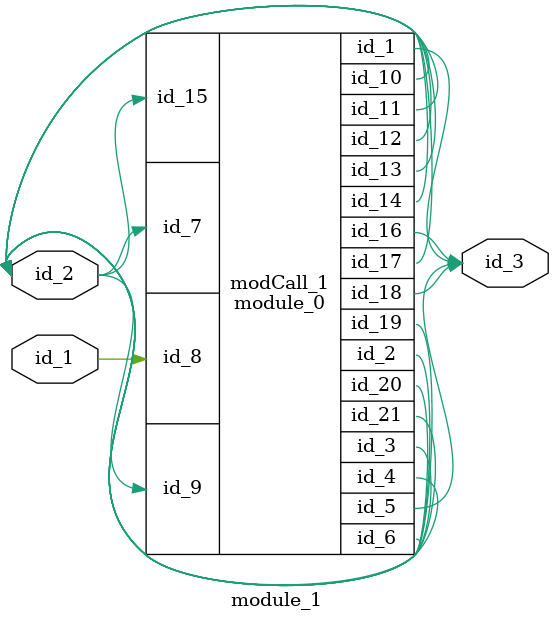
<source format=v>
module module_0 (
    id_1,
    id_2,
    id_3,
    id_4,
    id_5,
    id_6,
    id_7,
    id_8,
    id_9,
    id_10,
    id_11,
    id_12,
    id_13,
    id_14,
    id_15,
    id_16,
    id_17,
    id_18,
    id_19,
    id_20,
    id_21
);
  inout wire id_21;
  inout wire id_20;
  inout wire id_19;
  output wire id_18;
  output wire id_17;
  output wire id_16;
  input wire id_15;
  inout wire id_14;
  output wire id_13;
  inout wire id_12;
  output wire id_11;
  inout wire id_10;
  input wire id_9;
  input wire id_8;
  input wire id_7;
  inout wire id_6;
  output wire id_5;
  output wire id_4;
  inout wire id_3;
  inout wire id_2;
  output wire id_1;
  assign id_4 = id_8;
endmodule
module module_1 (
    id_1,
    id_2,
    id_3
);
  output wire id_3;
  inout wire id_2;
  module_0 modCall_1 (
      id_3,
      id_2,
      id_2,
      id_2,
      id_3,
      id_2,
      id_2,
      id_1,
      id_2,
      id_2,
      id_2,
      id_2,
      id_2,
      id_2,
      id_2,
      id_3,
      id_2,
      id_3,
      id_2,
      id_2,
      id_2
  );
  input wire id_1;
  wire id_4;
endmodule

</source>
